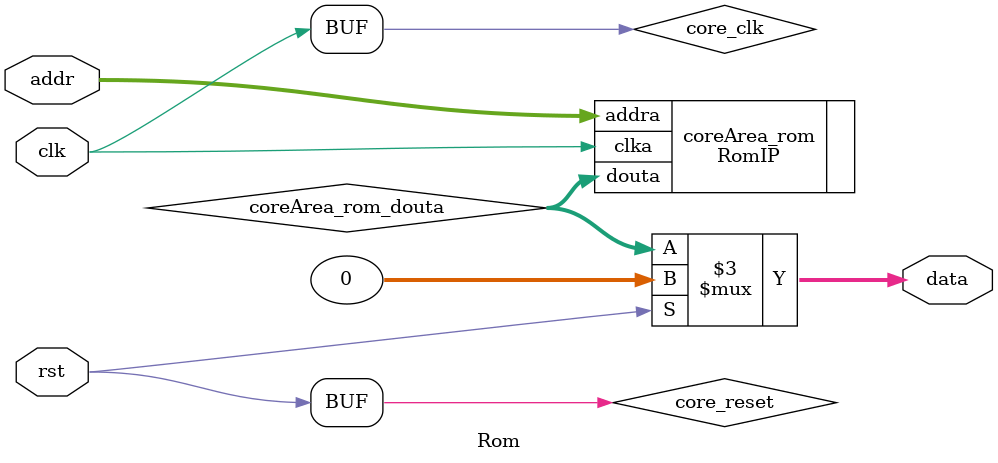
<source format=v>

`timescale 1ns/1ps

module BoardTest (
  input               clk_50M,
  input               rst
);

  wire                pll_1_reset;
  wire                pll_1_clkOut;
  wire                pll_1_isLocked;
  wire       [63:0]   processor_pc;
  wire                rst_1;

  PLL pll_1 (
    .clkIn    (clk_50M       ), //i
    .reset    (pll_1_reset   ), //i
    .clkOut   (pll_1_clkOut  ), //o
    .isLocked (pll_1_isLocked)  //o
  );
  Data_Road processor (
    .clk (pll_1_clkOut      ), //i
    .rst (rst_1             ), //i
    .pc  (processor_pc[63:0])  //o
  );
  vio_0 vio (
    .clk       (clk_50M           ), //i
    .probe_in0 (processor_pc[63:0])  //i
  );
  assign pll_1_reset = (! rst);
  assign rst_1 = (! rst);

endmodule

module Data_Road (
  input               clk,
  input               rst,
  output     [63:0]   pc
);

  wire                inst_fetcher_jump;
  wire       [63:0]   reg_1_writeData;
  wire       [63:0]   alu_1_data1;
  wire       [63:0]   alu_1_data2;
  wire       [15:0]   ram_1_addr;
  wire       [31:0]   inst_fetcher_instruction;
  wire       [63:0]   inst_fetcher_pc_debug;
  wire       [63:0]   inst_fetcher_next_pc_debug;
  wire       [63:0]   inst_fetcher_pc_reg_debug;
  wire       [3:0]    controller_1_aluCtr;
  wire                controller_1_aluSrc;
  wire                controller_1_shiftCtr;
  wire                controller_1_strip32;
  wire       [1:0]    controller_1_exRes;
  wire                controller_1_regWriteEnable;
  wire       [2:0]    controller_1_branch;
  wire                controller_1_jump;
  wire                controller_1_jalr;
  wire       [2:0]    controller_1_load;
  wire       [2:0]    controller_1_store;
  wire                controller_1_memWriteEnable;
  wire       [4:0]    controller_1_rs1;
  wire       [4:0]    controller_1_rs2;
  wire       [4:0]    controller_1_rd;
  wire       [63:0]   reg_1_readData1;
  wire       [63:0]   reg_1_readData2;
  wire                alu_1_Zero;
  wire       [63:0]   alu_1_aluResult;
  wire       [63:0]   ram_1_data_out;
  wire       [51:0]   _zz_immediate;
  wire       [0:0]    _zz_immediate_1;
  wire       [19:0]   _zz_jumpAddr;
  wire       [63:0]   _zz_branch;
  wire       [63:0]   _zz_branch_1;
  wire       [63:0]   _zz_write_data;
  wire       [63:0]   _zz_addr;
  reg                 IF_enable;
  wire       [11:0]   branchAddr;
  wire       [19:0]   jumpAddr;
  wire                when_Data_Road_l34;
  reg                 branch;
  reg        [63:0]   data1;
  reg        [63:0]   immediate;
  wire                when_Data_Road_l62;
  reg        [63:0]   data2;
  wire       [31:0]   upper_immediate;
  reg        [63:0]   write_data;
  wire       [63:0]   load_data;

  assign _zz_immediate_1 = inst_fetcher_instruction[31];
  assign _zz_immediate = {51'd0, _zz_immediate_1};
  assign _zz_jumpAddr = alu_1_aluResult[19 : 0];
  assign _zz_branch = 64'h0;
  assign _zz_branch_1 = 64'h0;
  assign _zz_write_data = {32'd0, upper_immediate};
  assign _zz_addr = alu_1_aluResult;
  Instruction_Fetcher inst_fetcher (
    .clk           (clk                             ), //i
    .rst           (rst                             ), //i
    .branch        (branch                          ), //i
    .jump          (inst_fetcher_jump               ), //i
    .enable        (IF_enable                       ), //i
    .branchAddr    (branchAddr[11:0]                ), //i
    .jumpAddr      (jumpAddr[19:0]                  ), //i
    .instruction   (inst_fetcher_instruction[31:0]  ), //o
    .pc_debug      (inst_fetcher_pc_debug[63:0]     ), //o
    .next_pc_debug (inst_fetcher_next_pc_debug[63:0]), //o
    .pc_reg_debug  (inst_fetcher_pc_reg_debug[63:0] )  //o
  );
  Controller controller_1 (
    .instruction    (inst_fetcher_instruction[31:0]), //i
    .aluCtr         (controller_1_aluCtr[3:0]      ), //o
    .aluSrc         (controller_1_aluSrc           ), //o
    .shiftCtr       (controller_1_shiftCtr         ), //o
    .strip32        (controller_1_strip32          ), //o
    .exRes          (controller_1_exRes[1:0]       ), //o
    .regWriteEnable (controller_1_regWriteEnable   ), //o
    .branch         (controller_1_branch[2:0]      ), //o
    .jump           (controller_1_jump             ), //o
    .jalr           (controller_1_jalr             ), //o
    .load           (controller_1_load[2:0]        ), //o
    .store          (controller_1_store[2:0]       ), //o
    .memWriteEnable (controller_1_memWriteEnable   ), //o
    .rs1            (controller_1_rs1[4:0]         ), //o
    .rs2            (controller_1_rs2[4:0]         ), //o
    .rd             (controller_1_rd[4:0]          )  //o
  );
  Register_file reg_1 (
    .clk       (clk                        ), //i
    .rst       (rst                        ), //i
    .RegWrite  (controller_1_regWriteEnable), //i
    .readReg1  (controller_1_rs1[4:0]      ), //i
    .readReg2  (controller_1_rs2[4:0]      ), //i
    .writeReg  (controller_1_rd[4:0]       ), //i
    .writeData (reg_1_writeData[63:0]      ), //i
    .readData1 (reg_1_readData1[63:0]      ), //o
    .readData2 (reg_1_readData2[63:0]      )  //o
  );
  ALU alu_1 (
    .aluOp     (controller_1_aluCtr[3:0]), //i
    .data1     (alu_1_data1[63:0]       ), //i
    .data2     (alu_1_data2[63:0]       ), //i
    .Zero      (alu_1_Zero              ), //o
    .aluResult (alu_1_aluResult[63:0]   )  //o
  );
  Ram ram_1 (
    .clk      (clk                        ), //i
    .rst      (rst                        ), //i
    .addr     (ram_1_addr[15:0]           ), //i
    .data_out (ram_1_data_out[63:0]       ), //o
    .data_in  (reg_1_readData2[63:0]      ), //i
    .write_en (controller_1_memWriteEnable)  //i
  );
  assign pc = inst_fetcher_pc_debug;
  assign when_Data_Road_l34 = 1'b1;
  always @(*) begin
    if(when_Data_Road_l34) begin
      IF_enable = 1'b1;
    end else begin
      IF_enable = 1'b0;
    end
  end

  assign inst_fetcher_jump = (controller_1_jump || controller_1_jalr);
  always @(*) begin
    data1 = reg_1_readData1;
    if(controller_1_strip32) begin
      data1[63 : 32] = 32'h0;
    end
  end

  assign when_Data_Road_l62 = (controller_1_store != 3'b000);
  always @(*) begin
    if(when_Data_Road_l62) begin
      immediate = {{52'h0,inst_fetcher_instruction[31 : 25]},inst_fetcher_instruction[11 : 7]};
    end else begin
      immediate = {_zz_immediate,inst_fetcher_instruction[31 : 20]};
    end
  end

  assign branchAddr = ((controller_1_branch != 3'b000) ? {{{inst_fetcher_instruction[31],inst_fetcher_instruction[7]},inst_fetcher_instruction[30 : 25]},inst_fetcher_instruction[11 : 8]} : 12'h0);
  assign jumpAddr = (controller_1_jump ? {{{inst_fetcher_instruction[31],inst_fetcher_instruction[19 : 12]},inst_fetcher_instruction[20]},inst_fetcher_instruction[30 : 21]} : (controller_1_jalr ? _zz_jumpAddr : 20'h0));
  always @(*) begin
    data2 = (controller_1_aluSrc ? reg_1_readData2 : immediate);
    if(controller_1_strip32) begin
      data2[63 : 32] = 32'h0;
    end
  end

  assign alu_1_data1 = data1;
  assign alu_1_data2 = data2;
  always @(*) begin
    case(controller_1_branch)
      3'b001 : begin
        branch = (alu_1_Zero ? 1'b1 : 1'b0);
      end
      3'b010 : begin
        branch = (alu_1_Zero ? 1'b0 : 1'b1);
      end
      3'b011 : begin
        branch = (($signed(alu_1_aluResult) < $signed(_zz_branch)) ? 1'b1 : 1'b0);
      end
      3'b100 : begin
        branch = (($signed(_zz_branch_1) <= $signed(alu_1_aluResult)) ? 1'b1 : 1'b0);
      end
      default : begin
        branch = 1'b0;
      end
    endcase
  end

  assign upper_immediate = {inst_fetcher_instruction[31 : 12],12'h0};
  always @(*) begin
    case(controller_1_exRes)
      2'b00 : begin
        write_data = alu_1_aluResult;
      end
      2'b01 : begin
        write_data = (inst_fetcher_pc_debug + 64'h0000000000000004);
      end
      2'b10 : begin
        write_data = {32'h0,upper_immediate};
      end
      default : begin
        write_data = (_zz_write_data + inst_fetcher_pc_debug);
      end
    endcase
  end

  assign reg_1_writeData = ((controller_1_load == 3'b000) ? write_data : 64'h0);
  assign ram_1_addr = _zz_addr[15 : 0];
  assign load_data = ram_1_data_out;

endmodule

module Ram (
  input               clk,
  input               rst,
  input      [15:0]   addr,
  output reg [63:0]   data_out,
  input      [63:0]   data_in,
  input               write_en
);

  wire       [63:0]   ram_1_douta;

  RamIP ram_1 (
    .addra (addr[15:0]       ), //i
    .clka  (clk              ), //i
    .dina  (data_in[63:0]    ), //i
    .douta (ram_1_douta[63:0]), //o
    .wea   (write_en         )  //i
  );
  always @(*) begin
    if(rst) begin
      data_out = 64'h0;
    end else begin
      data_out = ram_1_douta;
    end
  end


endmodule

module ALU (
  input      [3:0]    aluOp,
  input      [63:0]   data1,
  input      [63:0]   data2,
  output              Zero,
  output     [63:0]   aluResult
);

  wire       [63:0]   adder_1_data1;
  wire       [63:0]   adder_1_data2;
  wire       [63:0]   shifter_1_data;
  wire       [4:0]    shifter_1_shamt;
  wire                adder_1_carryOut;
  wire                adder_1_overflow;
  wire                adder_1_sign;
  wire                adder_1_zero;
  wire       [63:0]   adder_1_adderResult;
  wire       [63:0]   shifter_1_shiftResult;
  wire       [63:0]   _zz_sltResult;
  wire       [63:0]   _zz_sltResult_1;
  wire       [4:0]    _zz_shamt;
  reg        [1:0]    opCtr;
  reg                 signCtr;
  reg                 subCtr;
  reg                 overflowCtr;
  reg        [1:0]    shiftCtr;
  reg        [1:0]    logicCtr;
  wire       [63:0]   adderResult;
  wire                sltLess;
  wire                sltuLess;
  wire       [63:0]   sltResult;
  wire       [63:0]   shiftResult;
  wire       [63:0]   andResult;
  wire       [63:0]   orResult;
  wire       [63:0]   xorResult;
  reg        [63:0]   logicResult;
  reg        [63:0]   _zz_aluResult;

  assign _zz_sltResult = 64'h0000000000000001;
  assign _zz_sltResult_1 = 64'h0;
  assign _zz_shamt = data2[4 : 0];
  Adder adder_1 (
    .data1       (adder_1_data1[63:0]      ), //i
    .data2       (adder_1_data2[63:0]      ), //i
    .subCtr      (subCtr                   ), //i
    .carryOut    (adder_1_carryOut         ), //o
    .overflow    (adder_1_overflow         ), //o
    .sign        (adder_1_sign             ), //o
    .zero        (adder_1_zero             ), //o
    .adderResult (adder_1_adderResult[63:0])  //o
  );
  Shifter shifter_1 (
    .data        (shifter_1_data[63:0]       ), //i
    .shamt       (shifter_1_shamt[4:0]       ), //i
    .shiftCtr    (shiftCtr[1:0]              ), //i
    .shiftResult (shifter_1_shiftResult[63:0])  //o
  );
  always @(*) begin
    case(aluOp)
      4'b0000, 4'b1000 : begin
        opCtr = 2'b00;
      end
      4'b0001, 4'b0010 : begin
        opCtr = 2'b01;
      end
      4'b0110, 4'b0111, 4'b1001 : begin
        opCtr = 2'b10;
      end
      4'b0011, 4'b0100, 4'b0101 : begin
        opCtr = 2'b11;
      end
      default : begin
        opCtr = 2'b00;
      end
    endcase
  end

  always @(*) begin
    case(aluOp)
      4'b0010 : begin
        signCtr = 1'b0;
      end
      default : begin
        signCtr = 1'b1;
      end
    endcase
  end

  always @(*) begin
    case(aluOp)
      4'b0001 : begin
        subCtr = 1'b1;
      end
      4'b0010 : begin
        subCtr = 1'b1;
      end
      4'b1000 : begin
        subCtr = 1'b1;
      end
      default : begin
        subCtr = 1'b0;
      end
    endcase
  end

  always @(*) begin
    case(aluOp)
      4'b0010 : begin
        overflowCtr = 1'b0;
      end
      default : begin
        overflowCtr = 1'b1;
      end
    endcase
  end

  always @(*) begin
    case(aluOp)
      4'b0110 : begin
        shiftCtr = 2'b00;
      end
      4'b0111 : begin
        shiftCtr = 2'b10;
      end
      4'b1001 : begin
        shiftCtr = 2'b01;
      end
      default : begin
        shiftCtr = 2'b00;
      end
    endcase
  end

  always @(*) begin
    case(aluOp)
      4'b0011 : begin
        logicCtr = 2'b00;
      end
      4'b0100 : begin
        logicCtr = 2'b01;
      end
      4'b0101 : begin
        logicCtr = 2'b10;
      end
      default : begin
        logicCtr = 2'b00;
      end
    endcase
  end

  assign adder_1_data1 = data1;
  assign adder_1_data2 = (subCtr ? (~ data2) : data2);
  assign Zero = adder_1_zero;
  assign adderResult = adder_1_adderResult;
  assign sltLess = (adder_1_sign ^ adder_1_overflow);
  assign sltuLess = (! adder_1_carryOut);
  assign sltResult = ((signCtr ? sltLess : sltuLess) ? _zz_sltResult : _zz_sltResult_1);
  assign shifter_1_data = data1;
  assign shifter_1_shamt = _zz_shamt;
  assign shiftResult = shifter_1_shiftResult;
  assign andResult = (data1 & data2);
  assign orResult = (data1 | data2);
  assign xorResult = (data1 ^ data2);
  always @(*) begin
    case(logicCtr)
      2'b00 : begin
        logicResult = andResult;
      end
      2'b01 : begin
        logicResult = orResult;
      end
      2'b10 : begin
        logicResult = xorResult;
      end
      default : begin
        logicResult = 64'h0;
      end
    endcase
  end

  always @(*) begin
    case(opCtr)
      2'b00 : begin
        _zz_aluResult = adderResult;
      end
      2'b01 : begin
        _zz_aluResult = sltResult;
      end
      2'b10 : begin
        _zz_aluResult = shiftResult;
      end
      default : begin
        _zz_aluResult = logicResult;
      end
    endcase
  end

  assign aluResult = _zz_aluResult;

endmodule

module Register_file (
  input               clk,
  input               rst,
  input               RegWrite,
  input      [4:0]    readReg1,
  input      [4:0]    readReg2,
  input      [4:0]    writeReg,
  input      [63:0]   writeData,
  output     [63:0]   readData1,
  output     [63:0]   readData2
);

  reg        [63:0]   _zz_readData1;
  reg        [63:0]   _zz_readData2;
  wire                core_clk;
  wire                core_reset;
  reg        [63:0]   coreArea_Regs_0;
  reg        [63:0]   coreArea_Regs_1;
  reg        [63:0]   coreArea_Regs_2;
  reg        [63:0]   coreArea_Regs_3;
  reg        [63:0]   coreArea_Regs_4;
  reg        [63:0]   coreArea_Regs_5;
  reg        [63:0]   coreArea_Regs_6;
  reg        [63:0]   coreArea_Regs_7;
  reg        [63:0]   coreArea_Regs_8;
  reg        [63:0]   coreArea_Regs_9;
  reg        [63:0]   coreArea_Regs_10;
  reg        [63:0]   coreArea_Regs_11;
  reg        [63:0]   coreArea_Regs_12;
  reg        [63:0]   coreArea_Regs_13;
  reg        [63:0]   coreArea_Regs_14;
  reg        [63:0]   coreArea_Regs_15;
  reg        [63:0]   coreArea_Regs_16;
  reg        [63:0]   coreArea_Regs_17;
  reg        [63:0]   coreArea_Regs_18;
  reg        [63:0]   coreArea_Regs_19;
  reg        [63:0]   coreArea_Regs_20;
  reg        [63:0]   coreArea_Regs_21;
  reg        [63:0]   coreArea_Regs_22;
  reg        [63:0]   coreArea_Regs_23;
  reg        [63:0]   coreArea_Regs_24;
  reg        [63:0]   coreArea_Regs_25;
  reg        [63:0]   coreArea_Regs_26;
  reg        [63:0]   coreArea_Regs_27;
  reg        [63:0]   coreArea_Regs_28;
  reg        [63:0]   coreArea_Regs_29;
  reg        [63:0]   coreArea_Regs_30;
  reg        [63:0]   coreArea_Regs_31;
  wire       [31:0]   _zz_1;

  always @(*) begin
    case(readReg1)
      5'b00000 : _zz_readData1 = coreArea_Regs_0;
      5'b00001 : _zz_readData1 = coreArea_Regs_1;
      5'b00010 : _zz_readData1 = coreArea_Regs_2;
      5'b00011 : _zz_readData1 = coreArea_Regs_3;
      5'b00100 : _zz_readData1 = coreArea_Regs_4;
      5'b00101 : _zz_readData1 = coreArea_Regs_5;
      5'b00110 : _zz_readData1 = coreArea_Regs_6;
      5'b00111 : _zz_readData1 = coreArea_Regs_7;
      5'b01000 : _zz_readData1 = coreArea_Regs_8;
      5'b01001 : _zz_readData1 = coreArea_Regs_9;
      5'b01010 : _zz_readData1 = coreArea_Regs_10;
      5'b01011 : _zz_readData1 = coreArea_Regs_11;
      5'b01100 : _zz_readData1 = coreArea_Regs_12;
      5'b01101 : _zz_readData1 = coreArea_Regs_13;
      5'b01110 : _zz_readData1 = coreArea_Regs_14;
      5'b01111 : _zz_readData1 = coreArea_Regs_15;
      5'b10000 : _zz_readData1 = coreArea_Regs_16;
      5'b10001 : _zz_readData1 = coreArea_Regs_17;
      5'b10010 : _zz_readData1 = coreArea_Regs_18;
      5'b10011 : _zz_readData1 = coreArea_Regs_19;
      5'b10100 : _zz_readData1 = coreArea_Regs_20;
      5'b10101 : _zz_readData1 = coreArea_Regs_21;
      5'b10110 : _zz_readData1 = coreArea_Regs_22;
      5'b10111 : _zz_readData1 = coreArea_Regs_23;
      5'b11000 : _zz_readData1 = coreArea_Regs_24;
      5'b11001 : _zz_readData1 = coreArea_Regs_25;
      5'b11010 : _zz_readData1 = coreArea_Regs_26;
      5'b11011 : _zz_readData1 = coreArea_Regs_27;
      5'b11100 : _zz_readData1 = coreArea_Regs_28;
      5'b11101 : _zz_readData1 = coreArea_Regs_29;
      5'b11110 : _zz_readData1 = coreArea_Regs_30;
      default : _zz_readData1 = coreArea_Regs_31;
    endcase
  end

  always @(*) begin
    case(readReg2)
      5'b00000 : _zz_readData2 = coreArea_Regs_0;
      5'b00001 : _zz_readData2 = coreArea_Regs_1;
      5'b00010 : _zz_readData2 = coreArea_Regs_2;
      5'b00011 : _zz_readData2 = coreArea_Regs_3;
      5'b00100 : _zz_readData2 = coreArea_Regs_4;
      5'b00101 : _zz_readData2 = coreArea_Regs_5;
      5'b00110 : _zz_readData2 = coreArea_Regs_6;
      5'b00111 : _zz_readData2 = coreArea_Regs_7;
      5'b01000 : _zz_readData2 = coreArea_Regs_8;
      5'b01001 : _zz_readData2 = coreArea_Regs_9;
      5'b01010 : _zz_readData2 = coreArea_Regs_10;
      5'b01011 : _zz_readData2 = coreArea_Regs_11;
      5'b01100 : _zz_readData2 = coreArea_Regs_12;
      5'b01101 : _zz_readData2 = coreArea_Regs_13;
      5'b01110 : _zz_readData2 = coreArea_Regs_14;
      5'b01111 : _zz_readData2 = coreArea_Regs_15;
      5'b10000 : _zz_readData2 = coreArea_Regs_16;
      5'b10001 : _zz_readData2 = coreArea_Regs_17;
      5'b10010 : _zz_readData2 = coreArea_Regs_18;
      5'b10011 : _zz_readData2 = coreArea_Regs_19;
      5'b10100 : _zz_readData2 = coreArea_Regs_20;
      5'b10101 : _zz_readData2 = coreArea_Regs_21;
      5'b10110 : _zz_readData2 = coreArea_Regs_22;
      5'b10111 : _zz_readData2 = coreArea_Regs_23;
      5'b11000 : _zz_readData2 = coreArea_Regs_24;
      5'b11001 : _zz_readData2 = coreArea_Regs_25;
      5'b11010 : _zz_readData2 = coreArea_Regs_26;
      5'b11011 : _zz_readData2 = coreArea_Regs_27;
      5'b11100 : _zz_readData2 = coreArea_Regs_28;
      5'b11101 : _zz_readData2 = coreArea_Regs_29;
      5'b11110 : _zz_readData2 = coreArea_Regs_30;
      default : _zz_readData2 = coreArea_Regs_31;
    endcase
  end

  assign core_clk = clk;
  assign core_reset = rst;
  assign readData1 = _zz_readData1;
  assign readData2 = _zz_readData2;
  assign _zz_1 = ({31'd0,1'b1} <<< writeReg);
  always @(posedge core_clk or posedge core_reset) begin
    if(core_reset) begin
      coreArea_Regs_0 <= 64'h0;
      coreArea_Regs_1 <= 64'h0;
      coreArea_Regs_2 <= 64'h0;
      coreArea_Regs_3 <= 64'h0;
      coreArea_Regs_4 <= 64'h0;
      coreArea_Regs_5 <= 64'h0;
      coreArea_Regs_6 <= 64'h0;
      coreArea_Regs_7 <= 64'h0;
      coreArea_Regs_8 <= 64'h0;
      coreArea_Regs_9 <= 64'h0;
      coreArea_Regs_10 <= 64'h0;
      coreArea_Regs_11 <= 64'h0;
      coreArea_Regs_12 <= 64'h0;
      coreArea_Regs_13 <= 64'h0;
      coreArea_Regs_14 <= 64'h0;
      coreArea_Regs_15 <= 64'h0;
      coreArea_Regs_16 <= 64'h0;
      coreArea_Regs_17 <= 64'h0;
      coreArea_Regs_18 <= 64'h0;
      coreArea_Regs_19 <= 64'h0;
      coreArea_Regs_20 <= 64'h0;
      coreArea_Regs_21 <= 64'h0;
      coreArea_Regs_22 <= 64'h0;
      coreArea_Regs_23 <= 64'h0;
      coreArea_Regs_24 <= 64'h0;
      coreArea_Regs_25 <= 64'h0;
      coreArea_Regs_26 <= 64'h0;
      coreArea_Regs_27 <= 64'h0;
      coreArea_Regs_28 <= 64'h0;
      coreArea_Regs_29 <= 64'h0;
      coreArea_Regs_30 <= 64'h0;
      coreArea_Regs_31 <= 64'h0;
    end else begin
      if(RegWrite) begin
        if(_zz_1[0]) begin
          coreArea_Regs_0 <= writeData;
        end
        if(_zz_1[1]) begin
          coreArea_Regs_1 <= writeData;
        end
        if(_zz_1[2]) begin
          coreArea_Regs_2 <= writeData;
        end
        if(_zz_1[3]) begin
          coreArea_Regs_3 <= writeData;
        end
        if(_zz_1[4]) begin
          coreArea_Regs_4 <= writeData;
        end
        if(_zz_1[5]) begin
          coreArea_Regs_5 <= writeData;
        end
        if(_zz_1[6]) begin
          coreArea_Regs_6 <= writeData;
        end
        if(_zz_1[7]) begin
          coreArea_Regs_7 <= writeData;
        end
        if(_zz_1[8]) begin
          coreArea_Regs_8 <= writeData;
        end
        if(_zz_1[9]) begin
          coreArea_Regs_9 <= writeData;
        end
        if(_zz_1[10]) begin
          coreArea_Regs_10 <= writeData;
        end
        if(_zz_1[11]) begin
          coreArea_Regs_11 <= writeData;
        end
        if(_zz_1[12]) begin
          coreArea_Regs_12 <= writeData;
        end
        if(_zz_1[13]) begin
          coreArea_Regs_13 <= writeData;
        end
        if(_zz_1[14]) begin
          coreArea_Regs_14 <= writeData;
        end
        if(_zz_1[15]) begin
          coreArea_Regs_15 <= writeData;
        end
        if(_zz_1[16]) begin
          coreArea_Regs_16 <= writeData;
        end
        if(_zz_1[17]) begin
          coreArea_Regs_17 <= writeData;
        end
        if(_zz_1[18]) begin
          coreArea_Regs_18 <= writeData;
        end
        if(_zz_1[19]) begin
          coreArea_Regs_19 <= writeData;
        end
        if(_zz_1[20]) begin
          coreArea_Regs_20 <= writeData;
        end
        if(_zz_1[21]) begin
          coreArea_Regs_21 <= writeData;
        end
        if(_zz_1[22]) begin
          coreArea_Regs_22 <= writeData;
        end
        if(_zz_1[23]) begin
          coreArea_Regs_23 <= writeData;
        end
        if(_zz_1[24]) begin
          coreArea_Regs_24 <= writeData;
        end
        if(_zz_1[25]) begin
          coreArea_Regs_25 <= writeData;
        end
        if(_zz_1[26]) begin
          coreArea_Regs_26 <= writeData;
        end
        if(_zz_1[27]) begin
          coreArea_Regs_27 <= writeData;
        end
        if(_zz_1[28]) begin
          coreArea_Regs_28 <= writeData;
        end
        if(_zz_1[29]) begin
          coreArea_Regs_29 <= writeData;
        end
        if(_zz_1[30]) begin
          coreArea_Regs_30 <= writeData;
        end
        if(_zz_1[31]) begin
          coreArea_Regs_31 <= writeData;
        end
      end
    end
  end


endmodule

module Controller (
  input      [31:0]   instruction,
  output reg [3:0]    aluCtr,
  output reg          aluSrc,
  output reg          shiftCtr,
  output reg          strip32,
  output reg [1:0]    exRes,
  output reg          regWriteEnable,
  output reg [2:0]    branch,
  output reg          jump,
  output reg          jalr,
  output reg [2:0]    load,
  output reg [2:0]    store,
  output reg          memWriteEnable,
  output reg [4:0]    rs1,
  output reg [4:0]    rs2,
  output reg [4:0]    rd
);

  wire       [51:0]   _zz_immediate;
  wire       [0:0]    _zz_immediate_1;
  wire       [6:0]    funct7;
  wire       [4:0]    rs2_1;
  wire       [4:0]    rs1_1;
  wire       [2:0]    funct3;
  wire       [4:0]    rd_1;
  wire       [6:0]    opcode;
  wire       [63:0]   immediate;
  wire       [11:0]   store_immediate;
  wire       [19:0]   U_immediate;
  wire       [3:0]    aluADD;
  wire       [3:0]    aluSLT;
  wire       [3:0]    aluSLTU;
  wire       [3:0]    aluAND;
  wire       [3:0]    aluOR;
  wire       [3:0]    aluXOR;
  wire       [3:0]    aluSLL;
  wire       [3:0]    aluSRL;
  wire       [3:0]    aluSUB;
  wire       [3:0]    aluSRA;
  wire       [2:0]    noLoad;
  wire       [2:0]    LoadByte;
  wire       [2:0]    LoadHalfWord;
  wire       [2:0]    LoadWord;
  wire       [2:0]    LoadDoubleWord;
  wire       [2:0]    noStore;
  wire       [2:0]    StoreByte;
  wire       [2:0]    StoreHalfWord;
  wire       [2:0]    StoreWord;
  wire       [2:0]    StoreDoubleWord;
  wire       [2:0]    noBranch;
  wire       [2:0]    BEQ;
  wire       [2:0]    BNE;
  wire       [2:0]    BGE;
  wire       [2:0]    BLT;
  wire       [1:0]    aluRes;
  wire       [1:0]    pc_plus_4;
  wire       [1:0]    LUI;
  wire       [1:0]    AUIPC;

  assign _zz_immediate_1 = instruction[31];
  assign _zz_immediate = {51'd0, _zz_immediate_1};
  assign funct7 = instruction[31 : 25];
  assign rs2_1 = instruction[24 : 20];
  assign rs1_1 = instruction[19 : 15];
  assign funct3 = instruction[14 : 12];
  assign rd_1 = instruction[11 : 7];
  assign opcode = instruction[6 : 0];
  assign immediate = {_zz_immediate,instruction[31 : 20]};
  assign store_immediate = {instruction[31 : 25],instruction[11 : 7]};
  assign U_immediate = instruction[31 : 12];
  always @(*) begin
    rs2 = 5'h0;
    case(opcode)
      7'h03 : begin
      end
      7'h13 : begin
      end
      7'h1b : begin
      end
      7'h23 : begin
      end
      7'h33 : begin
      end
      7'h37 : begin
      end
      7'h17 : begin
      end
      7'h3b : begin
      end
      7'h63 : begin
      end
      7'h67 : begin
      end
      7'h6f : begin
      end
      default : begin
        rs2 = 5'h0;
      end
    endcase
  end

  always @(*) begin
    rs1 = 5'h0;
    case(opcode)
      7'h03 : begin
      end
      7'h13 : begin
      end
      7'h1b : begin
      end
      7'h23 : begin
      end
      7'h33 : begin
      end
      7'h37 : begin
      end
      7'h17 : begin
      end
      7'h3b : begin
      end
      7'h63 : begin
      end
      7'h67 : begin
        rs1 = rs1_1;
      end
      7'h6f : begin
      end
      default : begin
        rs1 = 5'h0;
      end
    endcase
  end

  always @(*) begin
    rd = 5'h0;
    case(opcode)
      7'h03 : begin
      end
      7'h13 : begin
      end
      7'h1b : begin
      end
      7'h23 : begin
      end
      7'h33 : begin
      end
      7'h37 : begin
      end
      7'h17 : begin
      end
      7'h3b : begin
      end
      7'h63 : begin
      end
      7'h67 : begin
        rd = rd_1;
      end
      7'h6f : begin
      end
      default : begin
        rd = 5'h0;
      end
    endcase
  end

  assign aluADD = 4'b0000;
  assign aluSLT = 4'b0001;
  assign aluSLTU = 4'b0010;
  assign aluAND = 4'b0011;
  assign aluOR = 4'b0100;
  assign aluXOR = 4'b0101;
  assign aluSLL = 4'b0110;
  assign aluSRL = 4'b0111;
  assign aluSUB = 4'b1000;
  assign aluSRA = 4'b1001;
  assign noLoad = 3'b000;
  assign LoadByte = 3'b001;
  assign LoadHalfWord = 3'b010;
  assign LoadWord = 3'b011;
  assign LoadDoubleWord = 3'b100;
  assign noStore = 3'b000;
  assign StoreByte = 3'b001;
  assign StoreHalfWord = 3'b010;
  assign StoreWord = 3'b011;
  assign StoreDoubleWord = 3'b100;
  assign noBranch = 3'b000;
  assign BEQ = 3'b001;
  assign BNE = 3'b010;
  assign BGE = 3'b100;
  assign BLT = 3'b101;
  assign aluRes = 2'b00;
  assign pc_plus_4 = 2'b01;
  assign LUI = 2'b10;
  assign AUIPC = 2'b11;
  always @(*) begin
    aluCtr = aluADD;
    case(opcode)
      7'h03 : begin
        aluCtr = aluADD;
      end
      7'h13 : begin
        case(funct3)
          3'b000 : begin
            aluCtr = aluADD;
          end
          3'b010 : begin
            aluCtr = aluSLT;
          end
          3'b011 : begin
            aluCtr = aluSLTU;
          end
          3'b111 : begin
            aluCtr = aluAND;
          end
          3'b110 : begin
            aluCtr = aluOR;
          end
          3'b100 : begin
            aluCtr = aluXOR;
          end
          3'b001 : begin
            aluCtr = aluSLL;
          end
          default : begin
            case(funct7)
              7'h0 : begin
                aluCtr = aluSRL;
              end
              7'h20 : begin
                aluCtr = aluSRA;
              end
              default : begin
              end
            endcase
          end
        endcase
      end
      7'h1b : begin
        case(funct3)
          3'b000 : begin
            aluCtr = aluADD;
          end
          3'b001 : begin
            aluCtr = aluSLL;
          end
          3'b101 : begin
            case(funct7)
              7'h0 : begin
                aluCtr = aluSRL;
              end
              7'h20 : begin
                aluCtr = aluSRA;
              end
              default : begin
              end
            endcase
          end
          default : begin
          end
        endcase
      end
      7'h23 : begin
        aluCtr = aluADD;
      end
      7'h33 : begin
        case(funct3)
          3'b000 : begin
            case(funct7)
              7'h0 : begin
                aluCtr = aluADD;
              end
              7'h20 : begin
                aluCtr = aluSUB;
              end
              default : begin
              end
            endcase
          end
          3'b010 : begin
            aluCtr = aluSLT;
          end
          3'b011 : begin
            aluCtr = aluSLTU;
          end
          3'b111 : begin
            aluCtr = aluAND;
          end
          3'b110 : begin
            aluCtr = aluOR;
          end
          3'b100 : begin
            aluCtr = aluXOR;
          end
          3'b001 : begin
            aluCtr = aluSLL;
          end
          default : begin
            case(funct7)
              7'h0 : begin
                aluCtr = aluSRL;
              end
              7'h20 : begin
                aluCtr = aluSRA;
              end
              default : begin
              end
            endcase
          end
        endcase
      end
      7'h37 : begin
      end
      7'h17 : begin
      end
      7'h3b : begin
        case(funct3)
          3'b000 : begin
            case(funct7)
              7'h0 : begin
                aluCtr = aluADD;
              end
              7'h20 : begin
                aluCtr = aluSUB;
              end
              default : begin
              end
            endcase
          end
          3'b001 : begin
            aluCtr = aluSLL;
          end
          3'b101 : begin
            case(funct7)
              7'h0 : begin
                aluCtr = aluSRL;
              end
              7'h20 : begin
                aluCtr = aluSRA;
              end
              default : begin
              end
            endcase
          end
          default : begin
          end
        endcase
      end
      7'h63 : begin
        aluCtr = aluSUB;
      end
      7'h67 : begin
        aluCtr = aluADD;
      end
      7'h6f : begin
      end
      default : begin
        aluCtr = aluADD;
      end
    endcase
  end

  always @(*) begin
    aluSrc = 1'b0;
    case(opcode)
      7'h03 : begin
        aluSrc = 1'b0;
      end
      7'h13 : begin
        aluSrc = 1'b0;
      end
      7'h1b : begin
        aluSrc = 1'b0;
      end
      7'h23 : begin
        aluSrc = 1'b0;
      end
      7'h33 : begin
        aluSrc = 1'b1;
      end
      7'h37 : begin
      end
      7'h17 : begin
      end
      7'h3b : begin
        aluSrc = 1'b1;
      end
      7'h63 : begin
        aluSrc = 1'b1;
      end
      7'h67 : begin
        aluSrc = 1'b1;
      end
      7'h6f : begin
      end
      default : begin
        aluSrc = 1'b0;
      end
    endcase
  end

  always @(*) begin
    shiftCtr = 1'b0;
    case(opcode)
      7'h03 : begin
        shiftCtr = 1'b0;
      end
      7'h13 : begin
        shiftCtr = 1'b0;
        case(funct3)
          3'b000 : begin
          end
          3'b010 : begin
          end
          3'b011 : begin
          end
          3'b111 : begin
          end
          3'b110 : begin
          end
          3'b100 : begin
          end
          3'b001 : begin
            shiftCtr = 1'b1;
          end
          default : begin
            shiftCtr = 1'b1;
          end
        endcase
      end
      7'h1b : begin
        shiftCtr = 1'b0;
        case(funct3)
          3'b001 : begin
            shiftCtr = 1'b1;
          end
          3'b101 : begin
            shiftCtr = 1'b1;
          end
          default : begin
          end
        endcase
      end
      7'h23 : begin
        shiftCtr = 1'b0;
      end
      7'h33 : begin
        shiftCtr = 1'b0;
        case(funct3)
          3'b000 : begin
          end
          3'b010 : begin
          end
          3'b011 : begin
          end
          3'b111 : begin
          end
          3'b110 : begin
          end
          3'b100 : begin
          end
          3'b001 : begin
            shiftCtr = 1'b1;
          end
          default : begin
            shiftCtr = 1'b1;
          end
        endcase
      end
      7'h37 : begin
      end
      7'h17 : begin
      end
      7'h3b : begin
        shiftCtr = 1'b0;
        case(funct3)
          3'b001 : begin
            shiftCtr = 1'b1;
          end
          3'b101 : begin
            shiftCtr = 1'b1;
          end
          default : begin
          end
        endcase
      end
      7'h63 : begin
        shiftCtr = 1'b0;
      end
      7'h67 : begin
        shiftCtr = 1'b0;
      end
      7'h6f : begin
      end
      default : begin
        shiftCtr = 1'b0;
      end
    endcase
  end

  always @(*) begin
    strip32 = 1'b0;
    case(opcode)
      7'h03 : begin
      end
      7'h13 : begin
        strip32 = 1'b0;
      end
      7'h1b : begin
        strip32 = 1'b1;
      end
      7'h23 : begin
      end
      7'h33 : begin
        strip32 = 1'b0;
      end
      7'h37 : begin
      end
      7'h17 : begin
      end
      7'h3b : begin
        strip32 = 1'b1;
      end
      7'h63 : begin
      end
      7'h67 : begin
      end
      7'h6f : begin
      end
      default : begin
        strip32 = 1'b0;
      end
    endcase
  end

  always @(*) begin
    branch = 3'b000;
    case(opcode)
      7'h03 : begin
        branch = noBranch;
      end
      7'h13 : begin
        branch = noBranch;
      end
      7'h1b : begin
        branch = noBranch;
      end
      7'h23 : begin
        branch = noBranch;
      end
      7'h33 : begin
        branch = noBranch;
      end
      7'h37 : begin
      end
      7'h17 : begin
      end
      7'h3b : begin
        branch = noBranch;
      end
      7'h63 : begin
        case(funct3)
          3'b000 : begin
            branch = BEQ;
          end
          3'b001 : begin
            branch = BNE;
          end
          3'b100 : begin
            branch = BLT;
          end
          3'b101 : begin
            branch = BGE;
          end
          default : begin
          end
        endcase
      end
      7'h67 : begin
        branch = noBranch;
      end
      7'h6f : begin
        branch = noBranch;
      end
      default : begin
        branch = noBranch;
      end
    endcase
  end

  always @(*) begin
    jump = 1'b0;
    case(opcode)
      7'h03 : begin
        jump = 1'b0;
      end
      7'h13 : begin
        jump = 1'b0;
      end
      7'h1b : begin
        jump = 1'b0;
      end
      7'h23 : begin
        jump = 1'b0;
      end
      7'h33 : begin
        jump = 1'b0;
      end
      7'h37 : begin
      end
      7'h17 : begin
      end
      7'h3b : begin
        jump = 1'b0;
      end
      7'h63 : begin
      end
      7'h67 : begin
        jump = 1'b1;
      end
      7'h6f : begin
        jump = 1'b1;
      end
      default : begin
        jump = 1'b0;
      end
    endcase
  end

  always @(*) begin
    jalr = 1'b0;
    case(opcode)
      7'h03 : begin
      end
      7'h13 : begin
      end
      7'h1b : begin
      end
      7'h23 : begin
      end
      7'h33 : begin
      end
      7'h37 : begin
      end
      7'h17 : begin
      end
      7'h3b : begin
      end
      7'h63 : begin
      end
      7'h67 : begin
        jalr = 1'b1;
      end
      7'h6f : begin
        jalr = 1'b0;
      end
      default : begin
        jalr = 1'b0;
      end
    endcase
  end

  always @(*) begin
    load = 3'b000;
    case(opcode)
      7'h03 : begin
        case(funct3)
          3'b000 : begin
            load = LoadByte;
          end
          3'b001 : begin
            load = LoadHalfWord;
          end
          3'b010 : begin
            load = LoadWord;
          end
          3'b011 : begin
            load = LoadDoubleWord;
          end
          default : begin
          end
        endcase
      end
      7'h13 : begin
        load = noLoad;
      end
      7'h1b : begin
        load = noLoad;
      end
      7'h23 : begin
      end
      7'h33 : begin
        load = noLoad;
      end
      7'h37 : begin
        load = noLoad;
      end
      7'h17 : begin
        load = noLoad;
      end
      7'h3b : begin
        load = noLoad;
      end
      7'h63 : begin
      end
      7'h67 : begin
        load = noLoad;
      end
      7'h6f : begin
        load = noLoad;
      end
      default : begin
        load = noLoad;
      end
    endcase
  end

  always @(*) begin
    store = 3'b000;
    case(opcode)
      7'h03 : begin
      end
      7'h13 : begin
      end
      7'h1b : begin
      end
      7'h23 : begin
        case(funct3)
          3'b000 : begin
            store = StoreByte;
          end
          3'b001 : begin
            store = StoreHalfWord;
          end
          3'b010 : begin
            store = StoreWord;
          end
          3'b011 : begin
            store = StoreDoubleWord;
          end
          default : begin
          end
        endcase
      end
      7'h33 : begin
      end
      7'h37 : begin
      end
      7'h17 : begin
      end
      7'h3b : begin
      end
      7'h63 : begin
      end
      7'h67 : begin
      end
      7'h6f : begin
      end
      default : begin
        store = noStore;
      end
    endcase
  end

  always @(*) begin
    case(opcode)
      7'h03 : begin
        memWriteEnable = 1'b0;
      end
      7'h13 : begin
        memWriteEnable = 1'b0;
      end
      7'h1b : begin
        memWriteEnable = 1'b0;
      end
      7'h23 : begin
        memWriteEnable = 1'b1;
      end
      7'h33 : begin
        memWriteEnable = 1'b0;
      end
      7'h37 : begin
        memWriteEnable = 1'b0;
      end
      7'h17 : begin
        memWriteEnable = 1'b0;
      end
      7'h3b : begin
        memWriteEnable = 1'b0;
      end
      7'h63 : begin
        memWriteEnable = 1'b0;
      end
      7'h67 : begin
        memWriteEnable = 1'b0;
      end
      7'h6f : begin
        memWriteEnable = 1'b0;
      end
      default : begin
        memWriteEnable = 1'b0;
      end
    endcase
  end

  always @(*) begin
    case(opcode)
      7'h03 : begin
        exRes = aluRes;
      end
      7'h13 : begin
        exRes = aluRes;
      end
      7'h1b : begin
        exRes = aluRes;
      end
      7'h23 : begin
        exRes = aluRes;
      end
      7'h33 : begin
        exRes = aluRes;
      end
      7'h37 : begin
        exRes = LUI;
      end
      7'h17 : begin
        exRes = AUIPC;
      end
      7'h3b : begin
        exRes = aluRes;
      end
      7'h63 : begin
        exRes = aluRes;
      end
      7'h67 : begin
        exRes = pc_plus_4;
      end
      7'h6f : begin
        exRes = pc_plus_4;
      end
      default : begin
        exRes = aluRes;
      end
    endcase
  end

  always @(*) begin
    case(opcode)
      7'h03 : begin
        regWriteEnable = 1'b1;
      end
      7'h13 : begin
        regWriteEnable = 1'b1;
      end
      7'h1b : begin
        regWriteEnable = 1'b1;
      end
      7'h23 : begin
        regWriteEnable = 1'b0;
      end
      7'h33 : begin
        regWriteEnable = 1'b1;
      end
      7'h37 : begin
        regWriteEnable = 1'b1;
      end
      7'h17 : begin
        regWriteEnable = 1'b1;
      end
      7'h3b : begin
        regWriteEnable = 1'b1;
      end
      7'h63 : begin
        regWriteEnable = 1'b0;
      end
      7'h67 : begin
        regWriteEnable = 1'b1;
      end
      7'h6f : begin
        regWriteEnable = 1'b1;
      end
      default : begin
        regWriteEnable = 1'b0;
      end
    endcase
  end


endmodule

module Instruction_Fetcher (
  input               clk,
  input               rst,
  input               branch,
  input               jump,
  input               enable,
  input      [11:0]   branchAddr,
  input      [19:0]   jumpAddr,
  output     [31:0]   instruction,
  output     [63:0]   pc_debug,
  output     [63:0]   next_pc_debug,
  output     [63:0]   pc_reg_debug
);

  wire       [15:0]   coreArea_instRom_addr;
  wire       [31:0]   coreArea_instRom_data;
  wire                core_clk;
  wire                core_reset;
  reg        [63:0]   coreArea_pc;
  wire       [63:0]   coreArea_pc_add_4;
  wire       [63:0]   coreArea_jumpAddr;
  wire                _zz_coreArea_jumpAddr;
  reg        [42:0]   _zz_coreArea_jumpAddr_1;
  wire       [63:0]   coreArea_branchAddr;
  wire                _zz_coreArea_branchAddr;
  reg        [50:0]   _zz_coreArea_branchAddr_1;
  reg        [63:0]   coreArea_next_pc;
  reg        [63:0]   coreArea_pc_reg;

  Rom coreArea_instRom (
    .clk  (core_clk                   ), //i
    .rst  (core_reset                 ), //i
    .addr (coreArea_instRom_addr[15:0]), //i
    .data (coreArea_instRom_data[31:0])  //o
  );
  assign core_clk = clk;
  assign core_reset = rst;
  assign pc_debug = coreArea_pc;
  assign coreArea_pc_add_4 = (coreArea_pc + 64'h0000000000000004);
  assign _zz_coreArea_jumpAddr = jumpAddr[19];
  always @(*) begin
    _zz_coreArea_jumpAddr_1[42] = _zz_coreArea_jumpAddr;
    _zz_coreArea_jumpAddr_1[41] = _zz_coreArea_jumpAddr;
    _zz_coreArea_jumpAddr_1[40] = _zz_coreArea_jumpAddr;
    _zz_coreArea_jumpAddr_1[39] = _zz_coreArea_jumpAddr;
    _zz_coreArea_jumpAddr_1[38] = _zz_coreArea_jumpAddr;
    _zz_coreArea_jumpAddr_1[37] = _zz_coreArea_jumpAddr;
    _zz_coreArea_jumpAddr_1[36] = _zz_coreArea_jumpAddr;
    _zz_coreArea_jumpAddr_1[35] = _zz_coreArea_jumpAddr;
    _zz_coreArea_jumpAddr_1[34] = _zz_coreArea_jumpAddr;
    _zz_coreArea_jumpAddr_1[33] = _zz_coreArea_jumpAddr;
    _zz_coreArea_jumpAddr_1[32] = _zz_coreArea_jumpAddr;
    _zz_coreArea_jumpAddr_1[31] = _zz_coreArea_jumpAddr;
    _zz_coreArea_jumpAddr_1[30] = _zz_coreArea_jumpAddr;
    _zz_coreArea_jumpAddr_1[29] = _zz_coreArea_jumpAddr;
    _zz_coreArea_jumpAddr_1[28] = _zz_coreArea_jumpAddr;
    _zz_coreArea_jumpAddr_1[27] = _zz_coreArea_jumpAddr;
    _zz_coreArea_jumpAddr_1[26] = _zz_coreArea_jumpAddr;
    _zz_coreArea_jumpAddr_1[25] = _zz_coreArea_jumpAddr;
    _zz_coreArea_jumpAddr_1[24] = _zz_coreArea_jumpAddr;
    _zz_coreArea_jumpAddr_1[23] = _zz_coreArea_jumpAddr;
    _zz_coreArea_jumpAddr_1[22] = _zz_coreArea_jumpAddr;
    _zz_coreArea_jumpAddr_1[21] = _zz_coreArea_jumpAddr;
    _zz_coreArea_jumpAddr_1[20] = _zz_coreArea_jumpAddr;
    _zz_coreArea_jumpAddr_1[19] = _zz_coreArea_jumpAddr;
    _zz_coreArea_jumpAddr_1[18] = _zz_coreArea_jumpAddr;
    _zz_coreArea_jumpAddr_1[17] = _zz_coreArea_jumpAddr;
    _zz_coreArea_jumpAddr_1[16] = _zz_coreArea_jumpAddr;
    _zz_coreArea_jumpAddr_1[15] = _zz_coreArea_jumpAddr;
    _zz_coreArea_jumpAddr_1[14] = _zz_coreArea_jumpAddr;
    _zz_coreArea_jumpAddr_1[13] = _zz_coreArea_jumpAddr;
    _zz_coreArea_jumpAddr_1[12] = _zz_coreArea_jumpAddr;
    _zz_coreArea_jumpAddr_1[11] = _zz_coreArea_jumpAddr;
    _zz_coreArea_jumpAddr_1[10] = _zz_coreArea_jumpAddr;
    _zz_coreArea_jumpAddr_1[9] = _zz_coreArea_jumpAddr;
    _zz_coreArea_jumpAddr_1[8] = _zz_coreArea_jumpAddr;
    _zz_coreArea_jumpAddr_1[7] = _zz_coreArea_jumpAddr;
    _zz_coreArea_jumpAddr_1[6] = _zz_coreArea_jumpAddr;
    _zz_coreArea_jumpAddr_1[5] = _zz_coreArea_jumpAddr;
    _zz_coreArea_jumpAddr_1[4] = _zz_coreArea_jumpAddr;
    _zz_coreArea_jumpAddr_1[3] = _zz_coreArea_jumpAddr;
    _zz_coreArea_jumpAddr_1[2] = _zz_coreArea_jumpAddr;
    _zz_coreArea_jumpAddr_1[1] = _zz_coreArea_jumpAddr;
    _zz_coreArea_jumpAddr_1[0] = _zz_coreArea_jumpAddr;
  end

  assign coreArea_jumpAddr = (coreArea_pc + {{_zz_coreArea_jumpAddr_1,jumpAddr},1'b0});
  assign _zz_coreArea_branchAddr = branchAddr[11];
  always @(*) begin
    _zz_coreArea_branchAddr_1[50] = _zz_coreArea_branchAddr;
    _zz_coreArea_branchAddr_1[49] = _zz_coreArea_branchAddr;
    _zz_coreArea_branchAddr_1[48] = _zz_coreArea_branchAddr;
    _zz_coreArea_branchAddr_1[47] = _zz_coreArea_branchAddr;
    _zz_coreArea_branchAddr_1[46] = _zz_coreArea_branchAddr;
    _zz_coreArea_branchAddr_1[45] = _zz_coreArea_branchAddr;
    _zz_coreArea_branchAddr_1[44] = _zz_coreArea_branchAddr;
    _zz_coreArea_branchAddr_1[43] = _zz_coreArea_branchAddr;
    _zz_coreArea_branchAddr_1[42] = _zz_coreArea_branchAddr;
    _zz_coreArea_branchAddr_1[41] = _zz_coreArea_branchAddr;
    _zz_coreArea_branchAddr_1[40] = _zz_coreArea_branchAddr;
    _zz_coreArea_branchAddr_1[39] = _zz_coreArea_branchAddr;
    _zz_coreArea_branchAddr_1[38] = _zz_coreArea_branchAddr;
    _zz_coreArea_branchAddr_1[37] = _zz_coreArea_branchAddr;
    _zz_coreArea_branchAddr_1[36] = _zz_coreArea_branchAddr;
    _zz_coreArea_branchAddr_1[35] = _zz_coreArea_branchAddr;
    _zz_coreArea_branchAddr_1[34] = _zz_coreArea_branchAddr;
    _zz_coreArea_branchAddr_1[33] = _zz_coreArea_branchAddr;
    _zz_coreArea_branchAddr_1[32] = _zz_coreArea_branchAddr;
    _zz_coreArea_branchAddr_1[31] = _zz_coreArea_branchAddr;
    _zz_coreArea_branchAddr_1[30] = _zz_coreArea_branchAddr;
    _zz_coreArea_branchAddr_1[29] = _zz_coreArea_branchAddr;
    _zz_coreArea_branchAddr_1[28] = _zz_coreArea_branchAddr;
    _zz_coreArea_branchAddr_1[27] = _zz_coreArea_branchAddr;
    _zz_coreArea_branchAddr_1[26] = _zz_coreArea_branchAddr;
    _zz_coreArea_branchAddr_1[25] = _zz_coreArea_branchAddr;
    _zz_coreArea_branchAddr_1[24] = _zz_coreArea_branchAddr;
    _zz_coreArea_branchAddr_1[23] = _zz_coreArea_branchAddr;
    _zz_coreArea_branchAddr_1[22] = _zz_coreArea_branchAddr;
    _zz_coreArea_branchAddr_1[21] = _zz_coreArea_branchAddr;
    _zz_coreArea_branchAddr_1[20] = _zz_coreArea_branchAddr;
    _zz_coreArea_branchAddr_1[19] = _zz_coreArea_branchAddr;
    _zz_coreArea_branchAddr_1[18] = _zz_coreArea_branchAddr;
    _zz_coreArea_branchAddr_1[17] = _zz_coreArea_branchAddr;
    _zz_coreArea_branchAddr_1[16] = _zz_coreArea_branchAddr;
    _zz_coreArea_branchAddr_1[15] = _zz_coreArea_branchAddr;
    _zz_coreArea_branchAddr_1[14] = _zz_coreArea_branchAddr;
    _zz_coreArea_branchAddr_1[13] = _zz_coreArea_branchAddr;
    _zz_coreArea_branchAddr_1[12] = _zz_coreArea_branchAddr;
    _zz_coreArea_branchAddr_1[11] = _zz_coreArea_branchAddr;
    _zz_coreArea_branchAddr_1[10] = _zz_coreArea_branchAddr;
    _zz_coreArea_branchAddr_1[9] = _zz_coreArea_branchAddr;
    _zz_coreArea_branchAddr_1[8] = _zz_coreArea_branchAddr;
    _zz_coreArea_branchAddr_1[7] = _zz_coreArea_branchAddr;
    _zz_coreArea_branchAddr_1[6] = _zz_coreArea_branchAddr;
    _zz_coreArea_branchAddr_1[5] = _zz_coreArea_branchAddr;
    _zz_coreArea_branchAddr_1[4] = _zz_coreArea_branchAddr;
    _zz_coreArea_branchAddr_1[3] = _zz_coreArea_branchAddr;
    _zz_coreArea_branchAddr_1[2] = _zz_coreArea_branchAddr;
    _zz_coreArea_branchAddr_1[1] = _zz_coreArea_branchAddr;
    _zz_coreArea_branchAddr_1[0] = _zz_coreArea_branchAddr;
  end

  assign coreArea_branchAddr = (coreArea_pc + {{_zz_coreArea_branchAddr_1,branchAddr},1'b0});
  always @(*) begin
    coreArea_next_pc = (jump ? coreArea_jumpAddr : (branch ? coreArea_branchAddr : coreArea_pc_add_4));
    if(core_reset) begin
      coreArea_next_pc = 64'h0;
    end
  end

  assign next_pc_debug = coreArea_next_pc;
  assign coreArea_instRom_addr = coreArea_pc[15 : 0];
  assign instruction = coreArea_instRom_data;
  assign pc_reg_debug = coreArea_pc_reg;
  always @(*) begin
    coreArea_pc = coreArea_pc_reg;
    if(core_reset) begin
      coreArea_pc = 64'h0;
    end
  end

  always @(posedge core_clk or posedge core_reset) begin
    if(core_reset) begin
      coreArea_pc_reg <= 64'h0;
    end else begin
      if(enable) begin
        coreArea_pc_reg <= coreArea_next_pc;
      end
    end
  end


endmodule

module Shifter (
  input      [63:0]   data,
  input      [4:0]    shamt,
  input      [1:0]    shiftCtr,
  output     [63:0]   shiftResult
);

  wire                _zz_tempShift;
  wire       [0:0]    _zz_tempShift_1;
  wire       [54:0]   _zz_tempShift_2;
  wire                _zz_tempShift_3;
  wire       [0:0]    _zz_tempShift_4;
  wire       [43:0]   _zz_tempShift_5;
  wire                _zz_tempShift_6;
  wire       [0:0]    _zz_tempShift_7;
  wire       [32:0]   _zz_tempShift_8;
  wire                _zz_tempShift_9;
  wire       [0:0]    _zz_tempShift_10;
  wire       [21:0]   _zz_tempShift_11;
  wire                _zz_tempShift_12;
  wire       [0:0]    _zz_tempShift_13;
  wire       [10:0]   _zz_tempShift_14;
  wire                _zz_tempShift_15;
  wire                _zz_tempShift_16;
  wire                _zz_leftShiftResult;
  wire       [0:0]    _zz_leftShiftResult_1;
  wire       [52:0]   _zz_leftShiftResult_2;
  wire                _zz_leftShiftResult_3;
  wire       [0:0]    _zz_leftShiftResult_4;
  wire       [41:0]   _zz_leftShiftResult_5;
  wire                _zz_leftShiftResult_6;
  wire       [0:0]    _zz_leftShiftResult_7;
  wire       [30:0]   _zz_leftShiftResult_8;
  wire                _zz_leftShiftResult_9;
  wire       [0:0]    _zz_leftShiftResult_10;
  wire       [19:0]   _zz_leftShiftResult_11;
  wire                _zz_leftShiftResult_12;
  wire       [0:0]    _zz_leftShiftResult_13;
  wire       [8:0]    _zz_leftShiftResult_14;
  wire       [63:0]   _zz_sraMask;
  wire       [63:0]   tempShift;
  wire       [63:0]   leftShiftResult;
  wire       [63:0]   arithRightShiftResult;
  wire       [63:0]   sraMask;
  wire                _zz_arithRightShiftResult;
  reg        [63:0]   _zz_arithRightShiftResult_1;
  reg        [63:0]   _zz_shiftResult;

  assign _zz_sraMask = (64'hffffffffffffffff >>> shamt);
  assign _zz_tempShift = data[7];
  assign _zz_tempShift_1 = data[8];
  assign _zz_tempShift_2 = {data[9],{data[10],{data[11],{data[12],{data[13],{data[14],{data[15],{data[16],{data[17],{_zz_tempShift_3,{_zz_tempShift_4,_zz_tempShift_5}}}}}}}}}}};
  assign _zz_tempShift_3 = data[18];
  assign _zz_tempShift_4 = data[19];
  assign _zz_tempShift_5 = {data[20],{data[21],{data[22],{data[23],{data[24],{data[25],{data[26],{data[27],{data[28],{_zz_tempShift_6,{_zz_tempShift_7,_zz_tempShift_8}}}}}}}}}}};
  assign _zz_tempShift_6 = data[29];
  assign _zz_tempShift_7 = data[30];
  assign _zz_tempShift_8 = {data[31],{data[32],{data[33],{data[34],{data[35],{data[36],{data[37],{data[38],{data[39],{_zz_tempShift_9,{_zz_tempShift_10,_zz_tempShift_11}}}}}}}}}}};
  assign _zz_tempShift_9 = data[40];
  assign _zz_tempShift_10 = data[41];
  assign _zz_tempShift_11 = {data[42],{data[43],{data[44],{data[45],{data[46],{data[47],{data[48],{data[49],{data[50],{_zz_tempShift_12,{_zz_tempShift_13,_zz_tempShift_14}}}}}}}}}}};
  assign _zz_tempShift_12 = data[51];
  assign _zz_tempShift_13 = data[52];
  assign _zz_tempShift_14 = {data[53],{data[54],{data[55],{data[56],{data[57],{data[58],{data[59],{data[60],{data[61],{_zz_tempShift_15,_zz_tempShift_16}}}}}}}}}};
  assign _zz_tempShift_15 = data[62];
  assign _zz_tempShift_16 = data[63];
  assign _zz_leftShiftResult = tempShift[9];
  assign _zz_leftShiftResult_1 = tempShift[10];
  assign _zz_leftShiftResult_2 = {tempShift[11],{tempShift[12],{tempShift[13],{tempShift[14],{tempShift[15],{tempShift[16],{tempShift[17],{tempShift[18],{tempShift[19],{_zz_leftShiftResult_3,{_zz_leftShiftResult_4,_zz_leftShiftResult_5}}}}}}}}}}};
  assign _zz_leftShiftResult_3 = tempShift[20];
  assign _zz_leftShiftResult_4 = tempShift[21];
  assign _zz_leftShiftResult_5 = {tempShift[22],{tempShift[23],{tempShift[24],{tempShift[25],{tempShift[26],{tempShift[27],{tempShift[28],{tempShift[29],{tempShift[30],{_zz_leftShiftResult_6,{_zz_leftShiftResult_7,_zz_leftShiftResult_8}}}}}}}}}}};
  assign _zz_leftShiftResult_6 = tempShift[31];
  assign _zz_leftShiftResult_7 = tempShift[32];
  assign _zz_leftShiftResult_8 = {tempShift[33],{tempShift[34],{tempShift[35],{tempShift[36],{tempShift[37],{tempShift[38],{tempShift[39],{tempShift[40],{tempShift[41],{_zz_leftShiftResult_9,{_zz_leftShiftResult_10,_zz_leftShiftResult_11}}}}}}}}}}};
  assign _zz_leftShiftResult_9 = tempShift[42];
  assign _zz_leftShiftResult_10 = tempShift[43];
  assign _zz_leftShiftResult_11 = {tempShift[44],{tempShift[45],{tempShift[46],{tempShift[47],{tempShift[48],{tempShift[49],{tempShift[50],{tempShift[51],{tempShift[52],{_zz_leftShiftResult_12,{_zz_leftShiftResult_13,_zz_leftShiftResult_14}}}}}}}}}}};
  assign _zz_leftShiftResult_12 = tempShift[53];
  assign _zz_leftShiftResult_13 = tempShift[54];
  assign _zz_leftShiftResult_14 = {tempShift[55],{tempShift[56],{tempShift[57],{tempShift[58],{tempShift[59],{tempShift[60],{tempShift[61],{tempShift[62],tempShift[63]}}}}}}}};
  assign tempShift = (((shiftCtr == 2'b00) ? {data[0],{data[1],{data[2],{data[3],{data[4],{data[5],{data[6],{_zz_tempShift,{_zz_tempShift_1,_zz_tempShift_2}}}}}}}}} : data) >>> shamt);
  assign leftShiftResult = {tempShift[0],{tempShift[1],{tempShift[2],{tempShift[3],{tempShift[4],{tempShift[5],{tempShift[6],{tempShift[7],{tempShift[8],{_zz_leftShiftResult,{_zz_leftShiftResult_1,_zz_leftShiftResult_2}}}}}}}}}}};
  assign sraMask = (~ _zz_sraMask);
  assign _zz_arithRightShiftResult = data[63];
  always @(*) begin
    _zz_arithRightShiftResult_1[63] = _zz_arithRightShiftResult;
    _zz_arithRightShiftResult_1[62] = _zz_arithRightShiftResult;
    _zz_arithRightShiftResult_1[61] = _zz_arithRightShiftResult;
    _zz_arithRightShiftResult_1[60] = _zz_arithRightShiftResult;
    _zz_arithRightShiftResult_1[59] = _zz_arithRightShiftResult;
    _zz_arithRightShiftResult_1[58] = _zz_arithRightShiftResult;
    _zz_arithRightShiftResult_1[57] = _zz_arithRightShiftResult;
    _zz_arithRightShiftResult_1[56] = _zz_arithRightShiftResult;
    _zz_arithRightShiftResult_1[55] = _zz_arithRightShiftResult;
    _zz_arithRightShiftResult_1[54] = _zz_arithRightShiftResult;
    _zz_arithRightShiftResult_1[53] = _zz_arithRightShiftResult;
    _zz_arithRightShiftResult_1[52] = _zz_arithRightShiftResult;
    _zz_arithRightShiftResult_1[51] = _zz_arithRightShiftResult;
    _zz_arithRightShiftResult_1[50] = _zz_arithRightShiftResult;
    _zz_arithRightShiftResult_1[49] = _zz_arithRightShiftResult;
    _zz_arithRightShiftResult_1[48] = _zz_arithRightShiftResult;
    _zz_arithRightShiftResult_1[47] = _zz_arithRightShiftResult;
    _zz_arithRightShiftResult_1[46] = _zz_arithRightShiftResult;
    _zz_arithRightShiftResult_1[45] = _zz_arithRightShiftResult;
    _zz_arithRightShiftResult_1[44] = _zz_arithRightShiftResult;
    _zz_arithRightShiftResult_1[43] = _zz_arithRightShiftResult;
    _zz_arithRightShiftResult_1[42] = _zz_arithRightShiftResult;
    _zz_arithRightShiftResult_1[41] = _zz_arithRightShiftResult;
    _zz_arithRightShiftResult_1[40] = _zz_arithRightShiftResult;
    _zz_arithRightShiftResult_1[39] = _zz_arithRightShiftResult;
    _zz_arithRightShiftResult_1[38] = _zz_arithRightShiftResult;
    _zz_arithRightShiftResult_1[37] = _zz_arithRightShiftResult;
    _zz_arithRightShiftResult_1[36] = _zz_arithRightShiftResult;
    _zz_arithRightShiftResult_1[35] = _zz_arithRightShiftResult;
    _zz_arithRightShiftResult_1[34] = _zz_arithRightShiftResult;
    _zz_arithRightShiftResult_1[33] = _zz_arithRightShiftResult;
    _zz_arithRightShiftResult_1[32] = _zz_arithRightShiftResult;
    _zz_arithRightShiftResult_1[31] = _zz_arithRightShiftResult;
    _zz_arithRightShiftResult_1[30] = _zz_arithRightShiftResult;
    _zz_arithRightShiftResult_1[29] = _zz_arithRightShiftResult;
    _zz_arithRightShiftResult_1[28] = _zz_arithRightShiftResult;
    _zz_arithRightShiftResult_1[27] = _zz_arithRightShiftResult;
    _zz_arithRightShiftResult_1[26] = _zz_arithRightShiftResult;
    _zz_arithRightShiftResult_1[25] = _zz_arithRightShiftResult;
    _zz_arithRightShiftResult_1[24] = _zz_arithRightShiftResult;
    _zz_arithRightShiftResult_1[23] = _zz_arithRightShiftResult;
    _zz_arithRightShiftResult_1[22] = _zz_arithRightShiftResult;
    _zz_arithRightShiftResult_1[21] = _zz_arithRightShiftResult;
    _zz_arithRightShiftResult_1[20] = _zz_arithRightShiftResult;
    _zz_arithRightShiftResult_1[19] = _zz_arithRightShiftResult;
    _zz_arithRightShiftResult_1[18] = _zz_arithRightShiftResult;
    _zz_arithRightShiftResult_1[17] = _zz_arithRightShiftResult;
    _zz_arithRightShiftResult_1[16] = _zz_arithRightShiftResult;
    _zz_arithRightShiftResult_1[15] = _zz_arithRightShiftResult;
    _zz_arithRightShiftResult_1[14] = _zz_arithRightShiftResult;
    _zz_arithRightShiftResult_1[13] = _zz_arithRightShiftResult;
    _zz_arithRightShiftResult_1[12] = _zz_arithRightShiftResult;
    _zz_arithRightShiftResult_1[11] = _zz_arithRightShiftResult;
    _zz_arithRightShiftResult_1[10] = _zz_arithRightShiftResult;
    _zz_arithRightShiftResult_1[9] = _zz_arithRightShiftResult;
    _zz_arithRightShiftResult_1[8] = _zz_arithRightShiftResult;
    _zz_arithRightShiftResult_1[7] = _zz_arithRightShiftResult;
    _zz_arithRightShiftResult_1[6] = _zz_arithRightShiftResult;
    _zz_arithRightShiftResult_1[5] = _zz_arithRightShiftResult;
    _zz_arithRightShiftResult_1[4] = _zz_arithRightShiftResult;
    _zz_arithRightShiftResult_1[3] = _zz_arithRightShiftResult;
    _zz_arithRightShiftResult_1[2] = _zz_arithRightShiftResult;
    _zz_arithRightShiftResult_1[1] = _zz_arithRightShiftResult;
    _zz_arithRightShiftResult_1[0] = _zz_arithRightShiftResult;
  end

  assign arithRightShiftResult = (tempShift | (sraMask & _zz_arithRightShiftResult_1));
  always @(*) begin
    case(shiftCtr)
      2'b00 : begin
        _zz_shiftResult = leftShiftResult;
      end
      2'b01 : begin
        _zz_shiftResult = arithRightShiftResult;
      end
      2'b10 : begin
        _zz_shiftResult = tempShift;
      end
      default : begin
        _zz_shiftResult = 64'h0;
      end
    endcase
  end

  assign shiftResult = _zz_shiftResult;

endmodule

module Adder (
  input      [63:0]   data1,
  input      [63:0]   data2,
  input               subCtr,
  output              carryOut,
  output              overflow,
  output              sign,
  output reg          zero,
  output     [63:0]   adderResult
);

  wire       [64:0]   _zz_tempResult;
  reg        [64:0]   tempResult;
  wire                when_Adder_l28;

  assign _zz_tempResult = ({1'b0,data1} + {1'b0,data2});
  always @(*) begin
    if(subCtr) begin
      tempResult = (_zz_tempResult + 65'h00000000000000001);
    end else begin
      tempResult = ({1'b0,data1} + {1'b0,data2});
    end
  end

  assign when_Adder_l28 = (tempResult == 65'h0);
  always @(*) begin
    if(when_Adder_l28) begin
      zero = 1'b1;
    end else begin
      zero = 1'b0;
    end
  end

  assign overflow = (((data1[63] && data2[63]) && (! tempResult[63])) || (((! data1[63]) && (! data2[63])) && tempResult[63]));
  assign sign = tempResult[63];
  assign carryOut = tempResult[64];
  assign adderResult = tempResult[63 : 0];

endmodule

module Rom (
  input               clk,
  input               rst,
  input      [15:0]   addr,
  output reg [31:0]   data
);

  wire       [31:0]   coreArea_rom_douta;
  wire                core_clk;
  wire                core_reset;

  RomIP coreArea_rom (
    .addra (addr[15:0]              ), //i
    .clka  (core_clk                ), //i
    .douta (coreArea_rom_douta[31:0])  //o
  );
  assign core_clk = clk;
  assign core_reset = rst;
  always @(*) begin
    if(core_reset) begin
      data = 32'h0;
    end else begin
      data = coreArea_rom_douta;
    end
  end


endmodule

</source>
